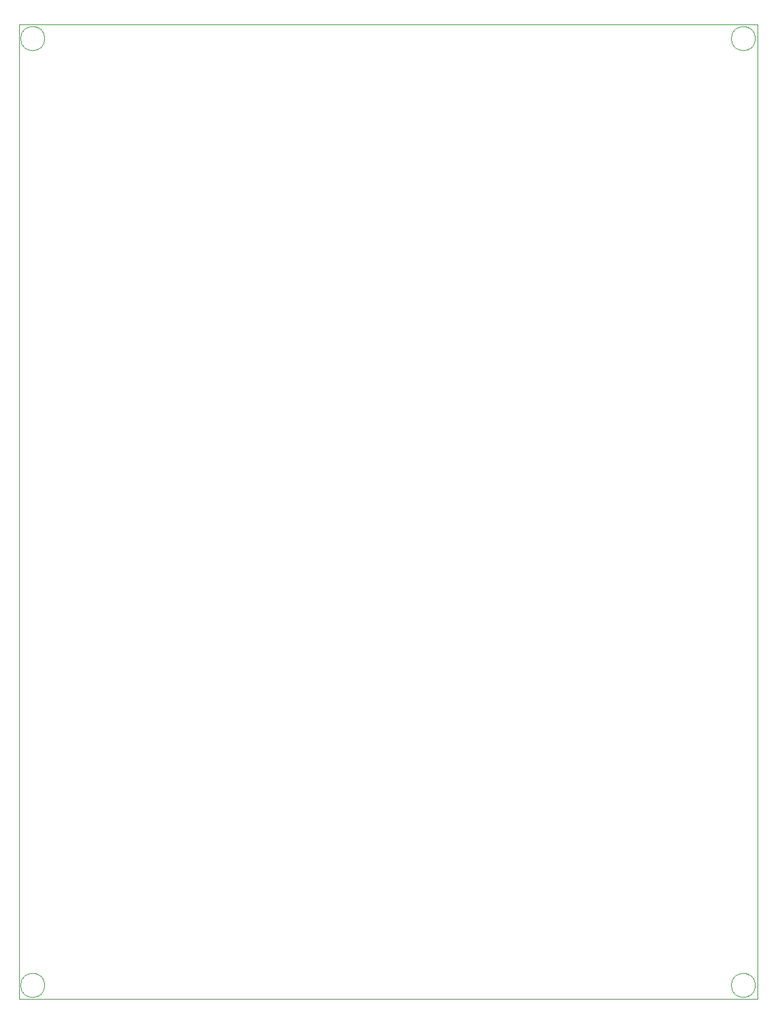
<source format=gm1>
%TF.GenerationSoftware,KiCad,Pcbnew,7.0.7*%
%TF.CreationDate,2023-09-12T14:39:04-06:00*%
%TF.ProjectId,DJBB Drumpad V2 Pico,444a4242-2044-4727-956d-706164205632,V01*%
%TF.SameCoordinates,Original*%
%TF.FileFunction,Profile,NP*%
%FSLAX46Y46*%
G04 Gerber Fmt 4.6, Leading zero omitted, Abs format (unit mm)*
G04 Created by KiCad (PCBNEW 7.0.7) date 2023-09-12 14:39:04*
%MOMM*%
%LPD*%
G01*
G04 APERTURE LIST*
%TA.AperFunction,Profile*%
%ADD10C,0.100000*%
%TD*%
G04 APERTURE END LIST*
D10*
X169190000Y-161798000D02*
G75*
G03*
X169190000Y-161798000I-1550000J0D01*
G01*
X74676000Y-38608000D02*
X169418000Y-38608000D01*
X169418000Y-163576000D01*
X74676000Y-163576000D01*
X74676000Y-38608000D01*
X78004000Y-40386000D02*
G75*
G03*
X78004000Y-40386000I-1550000J0D01*
G01*
X169190000Y-40386000D02*
G75*
G03*
X169190000Y-40386000I-1550000J0D01*
G01*
X78004000Y-161798000D02*
G75*
G03*
X78004000Y-161798000I-1550000J0D01*
G01*
M02*

</source>
